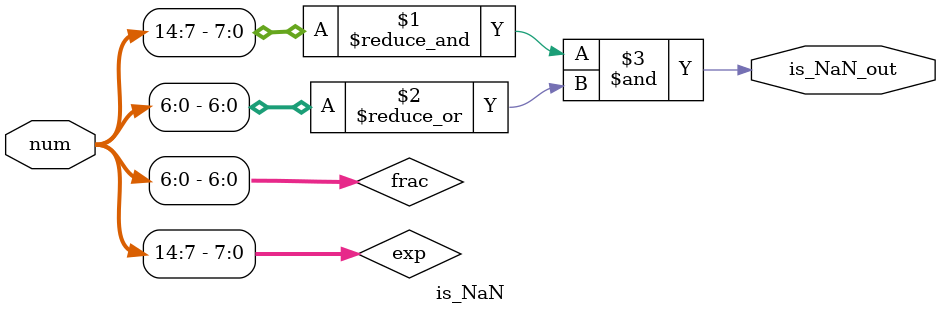
<source format=v>
module is_NaN (num, is_NaN_out);
    parameter DATA_WIDTH = 16;
    parameter EXP_WIDTH = 8;
    parameter FRAC_WIDTH = 7;

    input [DATA_WIDTH-1:0] num;
    output is_NaN_out;

    wire [EXP_WIDTH-1:0] exp;
    wire [FRAC_WIDTH-1:0] frac;

    assign exp = num[DATA_WIDTH-2:DATA_WIDTH-1-EXP_WIDTH];
    assign frac = num[FRAC_WIDTH-1:0];

    assign is_NaN_out = (&exp) & (|frac);
endmodule
</source>
